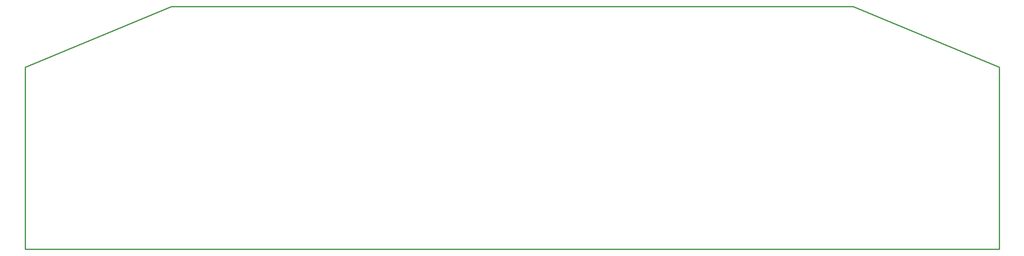
<source format=gko>
G04*
G04  File:            NCORDA11.GKO, Tue Mar 30 20:23:34 2021*
G04  Source:          P-CAD 2002 PCB, Version 17.01.22, (C:\Users\David Forbes\Documents\Designs\Nixie\CorvairDash\NCORDA11.PCB)*
G04  Format:          Gerber Format (RS-274-D), ASCII*
G04*
G04  Format Options:  Absolute Positioning*
G04                   Leading-Zero Suppression*
G04                   Scale Factor 1:1*
G04                   NO Circular Interpolation*
G04                   Inch Units*
G04                   Numeric Format: 4.4 (XXXX.XXXX)*
G04                   G54 Used for Aperture Change*
G04                   Apertures Embedded*
G04*
G04  File Options:    Offset = (0.0mil,0.0mil)*
G04                   Drill Symbol Size = 80.0mil*
G04                   No Pad/Via Holes*
G04*
G04  File Contents:   No Pads*
G04                   No Vias*
G04                   No Designators*
G04                   No Types*
G04                   No Values*
G04                   No Drill Symbols*
G04                   Board*
G04*
%INNCORDA11.GKO*%
%ICAS*%
%MOIN*%
G04*
G04  Aperture MACROs for general use --- invoked via D-code assignment *
G04*
G04  General MACRO for flashed round with rotation and/or offset hole *
%AMROTOFFROUND*
1,1,$1,0.0000,0.0000*
1,0,$2,$3,$4*%
G04*
G04  General MACRO for flashed oval (obround) with rotation and/or offset hole *
%AMROTOFFOVAL*
21,1,$1,$2,0.0000,0.0000,$3*
1,1,$4,$5,$6*
1,1,$4,0-$5,0-$6*
1,0,$7,$8,$9*%
G04*
G04  General MACRO for flashed oval (obround) with rotation and no hole *
%AMROTOVALNOHOLE*
21,1,$1,$2,0.0000,0.0000,$3*
1,1,$4,$5,$6*
1,1,$4,0-$5,0-$6*%
G04*
G04  General MACRO for flashed rectangle with rotation and/or offset hole *
%AMROTOFFRECT*
21,1,$1,$2,0.0000,0.0000,$3*
1,0,$4,$5,$6*%
G04*
G04  General MACRO for flashed rectangle with rotation and no hole *
%AMROTRECTNOHOLE*
21,1,$1,$2,0.0000,0.0000,$3*%
G04*
G04  General MACRO for flashed rounded-rectangle *
%AMROUNDRECT*
21,1,$1,$2-$4,0.0000,0.0000,$3*
21,1,$1-$4,$2,0.0000,0.0000,$3*
1,1,$4,$5,$6*
1,1,$4,$7,$8*
1,1,$4,0-$5,0-$6*
1,1,$4,0-$7,0-$8*
1,0,$9,$10,$11*%
G04*
G04  General MACRO for flashed rounded-rectangle with rotation and no hole *
%AMROUNDRECTNOHOLE*
21,1,$1,$2-$4,0.0000,0.0000,$3*
21,1,$1-$4,$2,0.0000,0.0000,$3*
1,1,$4,$5,$6*
1,1,$4,$7,$8*
1,1,$4,0-$5,0-$6*
1,1,$4,0-$7,0-$8*%
G04*
G04  General MACRO for flashed regular polygon *
%AMREGPOLY*
5,1,$1,0.0000,0.0000,$2,$3+$4*
1,0,$5,$6,$7*%
G04*
G04  General MACRO for flashed regular polygon with no hole *
%AMREGPOLYNOHOLE*
5,1,$1,0.0000,0.0000,$2,$3+$4*%
G04*
G04  General MACRO for target *
%AMTARGET*
6,0,0,$1,$2,$3,4,$4,$5,$6*%
G04*
G04  General MACRO for mounting hole *
%AMMTHOLE*
1,1,$1,0,0*
1,0,$2,0,0*
$1=$1-$2*
$1=$1/2*
21,1,$2+$1,$3,0,0,$4*
21,1,$3,$2+$1,0,0,$4*%
G04*
G04*
G04  D10 : "Ellipse X10.0mil Y10.0mil H0.0mil 0.0deg (0.0mil,0.0mil) Draw"*
G04  Disc: OuterDia=0.0100*
%ADD10C, 0.0100*%
G04  D11 : "Ellipse X15.0mil Y15.0mil H0.0mil 0.0deg (0.0mil,0.0mil) Draw"*
G04  Disc: OuterDia=0.0150*
%ADD11C, 0.0150*%
G04  D12 : "Ellipse X20.0mil Y20.0mil H0.0mil 0.0deg (0.0mil,0.0mil) Draw"*
G04  Disc: OuterDia=0.0200*
%ADD12C, 0.0200*%
G04  D13 : "Ellipse X50.0mil Y50.0mil H0.0mil 0.0deg (0.0mil,0.0mil) Draw"*
G04  Disc: OuterDia=0.0500*
%ADD13C, 0.0500*%
G04  D14 : "Ellipse X6.0mil Y6.0mil H0.0mil 0.0deg (0.0mil,0.0mil) Draw"*
G04  Disc: OuterDia=0.0060*
%ADD14C, 0.0060*%
G04  D15 : "Ellipse X8.0mil Y8.0mil H0.0mil 0.0deg (0.0mil,0.0mil) Draw"*
G04  Disc: OuterDia=0.0080*
%ADD15C, 0.0080*%
G04  D16 : "Ellipse X250.0mil Y250.0mil H0.0mil 0.0deg (0.0mil,0.0mil) Flash"*
G04  Disc: OuterDia=0.2500*
%ADD16C, 0.2500*%
G04  D17 : "Ellipse X255.0mil Y255.0mil H0.0mil 0.0deg (0.0mil,0.0mil) Flash"*
G04  Disc: OuterDia=0.2550*
%ADD17C, 0.2550*%
G04  D18 : "Ellipse X50.0mil Y50.0mil H0.0mil 0.0deg (0.0mil,0.0mil) Flash"*
G04  Disc: OuterDia=0.0500*
%ADD18C, 0.0500*%
G04  D19 : "Ellipse X55.0mil Y55.0mil H0.0mil 0.0deg (0.0mil,0.0mil) Flash"*
G04  Disc: OuterDia=0.0550*
%ADD19C, 0.0550*%
G04  D20 : "Ellipse X60.0mil Y60.0mil H0.0mil 0.0deg (0.0mil,0.0mil) Flash"*
G04  Disc: OuterDia=0.0600*
%ADD20C, 0.0600*%
G04  D21 : "Ellipse X65.0mil Y65.0mil H0.0mil 0.0deg (0.0mil,0.0mil) Flash"*
G04  Disc: OuterDia=0.0650*
%ADD21C, 0.0650*%
G04  D22 : "Ellipse X70.0mil Y70.0mil H0.0mil 0.0deg (0.0mil,0.0mil) Flash"*
G04  Disc: OuterDia=0.0700*
%ADD22C, 0.0700*%
G04  D23 : "Ellipse X75.0mil Y75.0mil H0.0mil 0.0deg (0.0mil,0.0mil) Flash"*
G04  Disc: OuterDia=0.0750*
%ADD23C, 0.0750*%
G04  D24 : "Rectangle X0.1mil Y0.1mil H0.0mil 0.0deg (0.0mil,0.0mil) Flash"*
G04  Square: Side=0.0001, Rotation=0.0, OffsetX=0.0000, OffsetY=0.0000, HoleDia=0.0000*
%ADD24R, 0.0001 X0.0001*%
G04  D25 : "Rectangle X40.0mil Y40.0mil H0.0mil 0.0deg (0.0mil,0.0mil) Flash"*
G04  Square: Side=0.0400, Rotation=0.0, OffsetX=0.0000, OffsetY=0.0000, HoleDia=0.0000*
%ADD25R, 0.0400 X0.0400*%
G04  D26 : "Rectangle X45.0mil Y45.0mil H0.0mil 0.0deg (0.0mil,0.0mil) Flash"*
G04  Square: Side=0.0450, Rotation=0.0, OffsetX=0.0000, OffsetY=0.0000, HoleDia=0.0000*
%ADD26R, 0.0450 X0.0450*%
G04  D27 : "Rectangle X5.1mil Y5.1mil H0.0mil 0.0deg (0.0mil,0.0mil) Flash"*
G04  Square: Side=0.0051, Rotation=0.0, OffsetX=0.0000, OffsetY=0.0000, HoleDia=0.0000*
%ADD27R, 0.0051 X0.0051*%
G04  D28 : "Rectangle X50.0mil Y50.0mil H0.0mil 0.0deg (0.0mil,0.0mil) Flash"*
G04  Square: Side=0.0500, Rotation=0.0, OffsetX=0.0000, OffsetY=0.0000, HoleDia=0.0000*
%ADD28R, 0.0500 X0.0500*%
G04  D29 : "Rectangle X55.0mil Y55.0mil H0.0mil 0.0deg (0.0mil,0.0mil) Flash"*
G04  Square: Side=0.0550, Rotation=0.0, OffsetX=0.0000, OffsetY=0.0000, HoleDia=0.0000*
%ADD29R, 0.0550 X0.0550*%
G04  D30 : "Rectangle X60.0mil Y60.0mil H0.0mil 0.0deg (0.0mil,0.0mil) Flash"*
G04  Square: Side=0.0600, Rotation=0.0, OffsetX=0.0000, OffsetY=0.0000, HoleDia=0.0000*
%ADD30R, 0.0600 X0.0600*%
G04  D31 : "Rectangle X64.0mil Y64.0mil H0.0mil 0.0deg (0.0mil,0.0mil) Flash"*
G04  Square: Side=0.0640, Rotation=0.0, OffsetX=0.0000, OffsetY=0.0000, HoleDia=0.0000*
%ADD31R, 0.0640 X0.0640*%
G04  D32 : "Rectangle X65.0mil Y65.0mil H0.0mil 0.0deg (0.0mil,0.0mil) Flash"*
G04  Square: Side=0.0650, Rotation=0.0, OffsetX=0.0000, OffsetY=0.0000, HoleDia=0.0000*
%ADD32R, 0.0650 X0.0650*%
G04  D33 : "Rectangle X14.0mil Y66.0mil H0.0mil 0.0deg (0.0mil,0.0mil) Flash"*
G04  Rectangular: DimX=0.0140, DimY=0.0660, Rotation=0.0, OffsetX=0.0000, OffsetY=0.0000, HoleDia=0.0000 *
%ADD33R, 0.0140 X0.0660*%
G04  D34 : "Rectangle X69.0mil Y69.0mil H0.0mil 0.0deg (0.0mil,0.0mil) Flash"*
G04  Square: Side=0.0690, Rotation=0.0, OffsetX=0.0000, OffsetY=0.0000, HoleDia=0.0000*
%ADD34R, 0.0690 X0.0690*%
G04  D35 : "Rectangle X19.0mil Y71.0mil H0.0mil 0.0deg (0.0mil,0.0mil) Flash"*
G04  Rectangular: DimX=0.0190, DimY=0.0710, Rotation=0.0, OffsetX=0.0000, OffsetY=0.0000, HoleDia=0.0000 *
%ADD35R, 0.0190 X0.0710*%
G04  D36 : "Rectangle X80.0mil Y26.0mil H0.0mil 0.0deg (0.0mil,0.0mil) Flash"*
G04  Rectangular: DimX=0.0800, DimY=0.0260, Rotation=0.0, OffsetX=0.0000, OffsetY=0.0000, HoleDia=0.0000 *
%ADD36R, 0.0800 X0.0260*%
G04  D37 : "Rectangle X85.0mil Y31.0mil H0.0mil 0.0deg (0.0mil,0.0mil) Flash"*
G04  Rectangular: DimX=0.0850, DimY=0.0310, Rotation=0.0, OffsetX=0.0000, OffsetY=0.0000, HoleDia=0.0000 *
%ADD37R, 0.0850 X0.0310*%
G04  D38 : "Ellipse X30.0mil Y30.0mil H0.0mil 0.0deg (0.0mil,0.0mil) Flash"*
G04  Disc: OuterDia=0.0300*
%ADD38C, 0.0300*%
G04  D39 : "Ellipse X35.0mil Y35.0mil H0.0mil 0.0deg (0.0mil,0.0mil) Flash"*
G04  Disc: OuterDia=0.0350*
%ADD39C, 0.0350*%
G04*
%FSLAX44Y44*%
%SFA1B1*%
%OFA0.0000B0.0000*%
G04*
G70*
G90*
G01*
D2*
%LNBoard*%
G54D10*
X13500Y42000*
Y57000D1*
X93500D2*
Y42000D1*
X25500Y62000D2*
X13500Y57000D1*
X93500D2*
X81500Y62000D1*
X25500D2*
X81500D1*
X93500Y42000D2*
X13500D1*
D02M02*

</source>
